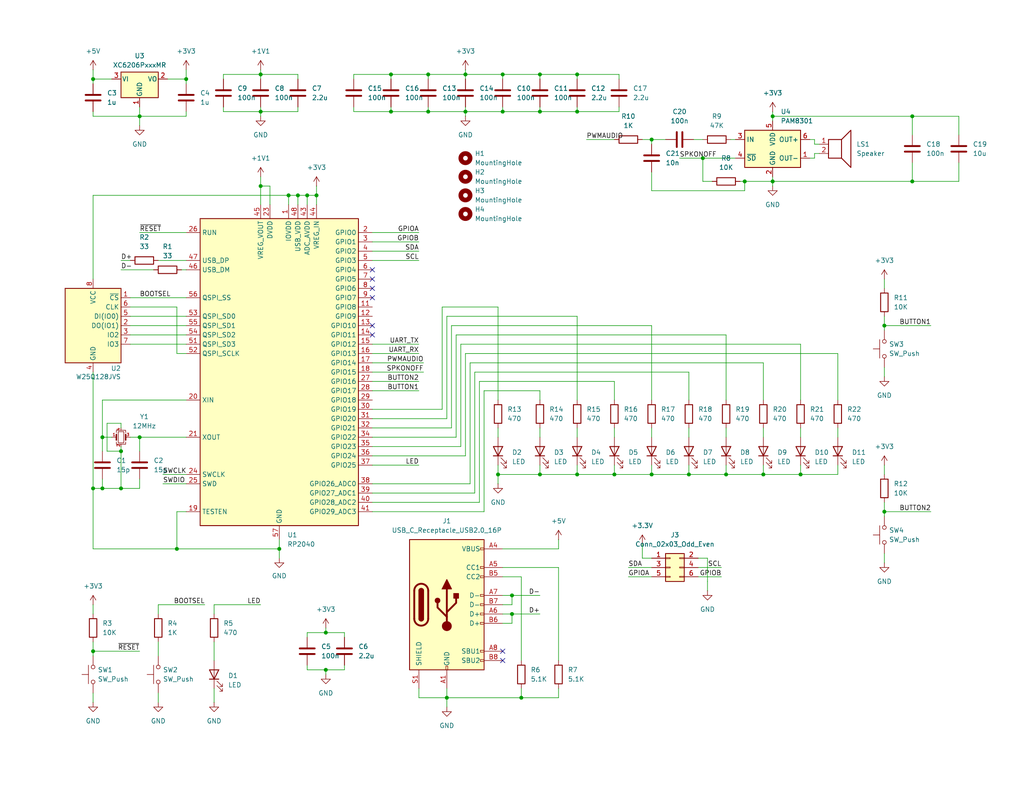
<source format=kicad_sch>
(kicad_sch (version 20231120) (generator "eeschema") (generator_version "8.0")
  (paper "USLetter")
  (title_block (title "Edge Lit Animation SAO") (date "2024-08-25") (rev "1") (company "Surreality Labs"))
  (junction (at 38.1 31.75))
  (junction (at 106.68 30.48))
  (junction (at 71.12 30.48))
  (junction (at 71.12 50.8))
  (junction (at 198.12 129.54))
  (junction (at 127 30.48))
  (junction (at 248.92 31.75))
  (junction (at 203.2 49.53))
  (junction (at 78.74 53.34))
  (junction (at 50.8 21.59))
  (junction (at 27.94 119.38))
  (junction (at 127 20.32))
  (junction (at 147.32 129.54))
  (junction (at 177.8 38.1))
  (junction (at 116.84 20.32))
  (junction (at 157.48 129.54))
  (junction (at 48.26 149.86))
  (junction (at 76.2 149.86))
  (junction (at 177.8 129.54))
  (junction (at 88.9 182.88))
  (junction (at 142.24 190.5))
  (junction (at 137.16 30.48))
  (junction (at 137.16 20.32))
  (junction (at 88.9 172.72))
  (junction (at 106.68 20.32))
  (junction (at 218.44 129.54))
  (junction (at 25.4 21.59))
  (junction (at 33.02 123.19))
  (junction (at 25.4 133.35))
  (junction (at 210.82 31.75))
  (junction (at 83.82 53.34))
  (junction (at 241.3 139.7))
  (junction (at 157.48 20.32))
  (junction (at 25.4 177.8))
  (junction (at 167.64 129.54))
  (junction (at 116.84 30.48))
  (junction (at 191.77 43.18))
  (junction (at 121.92 190.5))
  (junction (at 147.32 30.48))
  (junction (at 210.82 49.53))
  (junction (at 147.32 20.32))
  (junction (at 139.7 167.64))
  (junction (at 27.94 133.35))
  (junction (at 38.1 119.38))
  (junction (at 208.28 129.54))
  (junction (at 139.7 162.56))
  (junction (at 187.96 129.54))
  (junction (at 71.12 20.32))
  (junction (at 81.28 53.34))
  (junction (at 33.02 133.35))
  (junction (at 135.89 129.54))
  (junction (at 86.36 53.34))
  (junction (at 241.3 88.9))
  (junction (at 248.92 49.53))
  (junction (at 157.48 30.48))
  (no_connect (at 101.6 78.74))
  (no_connect (at 101.6 81.28))
  (no_connect (at 137.16 180.34))
  (no_connect (at 101.6 91.44))
  (no_connect (at 137.16 177.8))
  (no_connect (at 101.6 88.9))
  (no_connect (at 101.6 73.66))
  (no_connect (at 101.6 76.2))
  (wire (pts (xy 58.42 175.26) (xy 58.42 180.34)))
  (wire (pts (xy 147.32 30.48) (xy 137.16 30.48)))
  (wire (pts (xy 130.81 104.14) (xy 167.64 104.14)))
  (wire (pts (xy 88.9 172.72) (xy 88.9 171.45)))
  (wire (pts (xy 101.6 137.16) (xy 130.81 137.16)))
  (wire (pts (xy 218.44 127) (xy 218.44 129.54)))
  (wire (pts (xy 152.4 149.86) (xy 152.4 147.32)))
  (wire (pts (xy 210.82 30.48) (xy 210.82 31.75)))
  (wire (pts (xy 83.82 53.34) (xy 86.36 53.34)))
  (wire (pts (xy 199.39 38.1) (xy 200.66 38.1)))
  (wire (pts (xy 127 29.21) (xy 127 30.48)))
  (wire (pts (xy 177.8 116.84) (xy 177.8 119.38)))
  (wire (pts (xy 60.96 30.48) (xy 60.96 29.21)))
  (wire (pts (xy 25.4 189.23) (xy 25.4 191.77)))
  (wire (pts (xy 210.82 49.53) (xy 210.82 50.8)))
  (wire (pts (xy 101.6 127) (xy 114.3 127)))
  (wire (pts (xy 137.16 149.86) (xy 152.4 149.86)))
  (wire (pts (xy 25.4 21.59) (xy 25.4 22.86)))
  (wire (pts (xy 135.89 129.54) (xy 147.32 129.54)))
  (wire (pts (xy 81.28 53.34) (xy 83.82 53.34)))
  (wire (pts (xy 210.82 31.75) (xy 248.92 31.75)))
  (wire (pts (xy 35.56 93.98) (xy 50.8 93.98)))
  (wire (pts (xy 241.3 137.16) (xy 241.3 139.7)))
  (wire (pts (xy 48.26 83.82) (xy 48.26 96.52)))
  (wire (pts (xy 241.3 88.9) (xy 254 88.9)))
  (wire (pts (xy 142.24 187.96) (xy 142.24 190.5)))
  (wire (pts (xy 177.8 38.1) (xy 177.8 39.37)))
  (wire (pts (xy 147.32 116.84) (xy 147.32 119.38)))
  (wire (pts (xy 76.2 149.86) (xy 48.26 149.86)))
  (wire (pts (xy 175.26 148.59) (xy 175.26 152.4)) (stroke (width 0.1524)))
  (wire (pts (xy 241.3 86.36) (xy 241.3 88.9)))
  (wire (pts (xy 139.7 167.64) (xy 137.16 167.64)))
  (wire (pts (xy 25.4 165.1) (xy 25.4 167.64)))
  (wire (pts (xy 88.9 182.88) (xy 93.98 182.88)))
  (wire (pts (xy 139.7 170.18) (xy 139.7 167.64)))
  (wire (pts (xy 71.12 48.26) (xy 71.12 50.8)))
  (wire (pts (xy 120.65 83.82) (xy 135.89 83.82)))
  (wire (pts (xy 187.96 101.6) (xy 187.96 109.22)))
  (wire (pts (xy 210.82 49.53) (xy 248.92 49.53)))
  (wire (pts (xy 127 20.32) (xy 116.84 20.32)))
  (wire (pts (xy 157.48 127) (xy 157.48 129.54)))
  (wire (pts (xy 177.8 88.9) (xy 177.8 109.22)))
  (wire (pts (xy 147.32 20.32) (xy 157.48 20.32)))
  (wire (pts (xy 137.16 20.32) (xy 147.32 20.32)))
  (wire (pts (xy 191.77 43.18) (xy 200.66 43.18)))
  (wire (pts (xy 29.21 123.19) (xy 33.02 123.19)))
  (wire (pts (xy 60.96 20.32) (xy 60.96 21.59)))
  (wire (pts (xy 25.4 53.34) (xy 25.4 76.2)))
  (wire (pts (xy 177.8 127) (xy 177.8 129.54)))
  (wire (pts (xy 43.18 165.1) (xy 55.88 165.1)))
  (wire (pts (xy 116.84 30.48) (xy 106.68 30.48)))
  (wire (pts (xy 86.36 50.8) (xy 86.36 53.34)))
  (wire (pts (xy 25.4 177.8) (xy 25.4 179.07)))
  (wire (pts (xy 88.9 182.88) (xy 88.9 184.15)))
  (wire (pts (xy 48.26 96.52) (xy 50.8 96.52)))
  (wire (pts (xy 137.16 30.48) (xy 127 30.48)))
  (wire (pts (xy 83.82 181.61) (xy 83.82 182.88)))
  (wire (pts (xy 44.45 132.08) (xy 50.8 132.08)))
  (wire (pts (xy 106.68 30.48) (xy 96.52 30.48)))
  (wire (pts (xy 83.82 53.34) (xy 83.82 55.88)))
  (wire (pts (xy 33.02 71.12) (xy 35.56 71.12)))
  (wire (pts (xy 127 20.32) (xy 127 21.59)))
  (wire (pts (xy 101.6 66.04) (xy 114.3 66.04)))
  (wire (pts (xy 29.21 115.57) (xy 29.21 123.19)))
  (wire (pts (xy 157.48 21.59) (xy 157.48 20.32)))
  (wire (pts (xy 228.6 96.52) (xy 228.6 109.22)))
  (wire (pts (xy 27.94 133.35) (xy 33.02 133.35)))
  (wire (pts (xy 81.28 21.59) (xy 81.28 20.32)))
  (wire (pts (xy 132.08 139.7) (xy 132.08 106.68)))
  (wire (pts (xy 25.4 133.35) (xy 25.4 101.6)))
  (wire (pts (xy 101.6 124.46) (xy 127 124.46)))
  (wire (pts (xy 76.2 147.32) (xy 76.2 149.86)))
  (wire (pts (xy 101.6 132.08) (xy 128.27 132.08)))
  (wire (pts (xy 127 30.48) (xy 116.84 30.48)))
  (wire (pts (xy 27.94 109.22) (xy 27.94 119.38)))
  (wire (pts (xy 35.56 91.44) (xy 50.8 91.44)))
  (wire (pts (xy 35.56 119.38) (xy 38.1 119.38)))
  (wire (pts (xy 129.54 101.6) (xy 187.96 101.6)))
  (wire (pts (xy 193.04 158.75) (xy 193.04 161.29)) (stroke (width 0.1524)))
  (wire (pts (xy 132.08 106.68) (xy 147.32 106.68)))
  (wire (pts (xy 27.94 119.38) (xy 30.48 119.38)))
  (wire (pts (xy 121.92 187.96) (xy 121.92 190.5)))
  (wire (pts (xy 128.27 99.06) (xy 208.28 99.06)))
  (wire (pts (xy 101.6 71.12) (xy 114.3 71.12)))
  (wire (pts (xy 147.32 129.54) (xy 157.48 129.54)))
  (wire (pts (xy 157.48 20.32) (xy 168.91 20.32)))
  (wire (pts (xy 71.12 20.32) (xy 71.12 19.05)))
  (wire (pts (xy 203.2 49.53) (xy 203.2 52.07)))
  (wire (pts (xy 121.92 114.3) (xy 121.92 86.36)))
  (wire (pts (xy 187.96 116.84) (xy 187.96 119.38)))
  (wire (pts (xy 25.4 30.48) (xy 25.4 31.75)))
  (wire (pts (xy 50.8 31.75) (xy 38.1 31.75)))
  (wire (pts (xy 101.6 101.6) (xy 115.57 101.6)))
  (wire (pts (xy 139.7 167.64) (xy 147.32 167.64)))
  (wire (pts (xy 25.4 19.05) (xy 25.4 21.59)))
  (wire (pts (xy 187.96 127) (xy 187.96 129.54)))
  (wire (pts (xy 125.73 121.92) (xy 125.73 93.98)))
  (wire (pts (xy 167.64 104.14) (xy 167.64 109.22)))
  (wire (pts (xy 177.8 38.1) (xy 181.61 38.1)))
  (wire (pts (xy 130.81 137.16) (xy 130.81 104.14)))
  (wire (pts (xy 35.56 83.82) (xy 48.26 83.82)))
  (wire (pts (xy 152.4 154.94) (xy 152.4 180.34)))
  (wire (pts (xy 33.02 116.84) (xy 33.02 115.57)))
  (wire (pts (xy 167.64 116.84) (xy 167.64 119.38)))
  (wire (pts (xy 50.8 21.59) (xy 50.8 22.86)))
  (wire (pts (xy 127 96.52) (xy 228.6 96.52)))
  (wire (pts (xy 137.16 20.32) (xy 137.16 21.59)))
  (wire (pts (xy 157.48 116.84) (xy 157.48 119.38)))
  (wire (pts (xy 157.48 86.36) (xy 157.48 109.22)))
  (wire (pts (xy 96.52 20.32) (xy 96.52 21.59)))
  (wire (pts (xy 71.12 30.48) (xy 60.96 30.48)))
  (wire (pts (xy 248.92 44.45) (xy 248.92 49.53)))
  (wire (pts (xy 175.26 38.1) (xy 177.8 38.1)))
  (wire (pts (xy 157.48 30.48) (xy 168.91 30.48)))
  (wire (pts (xy 196.85 157.48) (xy 190.5 157.48)))
  (wire (pts (xy 101.6 63.5) (xy 114.3 63.5)))
  (wire (pts (xy 86.36 53.34) (xy 86.36 55.88)))
  (wire (pts (xy 83.82 182.88) (xy 88.9 182.88)))
  (wire (pts (xy 147.32 30.48) (xy 157.48 30.48)))
  (wire (pts (xy 218.44 116.84) (xy 218.44 119.38)))
  (wire (pts (xy 101.6 114.3) (xy 121.92 114.3)))
  (wire (pts (xy 189.23 38.1) (xy 191.77 38.1)))
  (wire (pts (xy 38.1 119.38) (xy 50.8 119.38)))
  (wire (pts (xy 120.65 111.76) (xy 120.65 83.82)))
  (wire (pts (xy 121.92 190.5) (xy 114.3 190.5)))
  (wire (pts (xy 76.2 149.86) (xy 76.2 152.4)))
  (wire (pts (xy 83.82 172.72) (xy 83.82 173.99)))
  (wire (pts (xy 50.8 109.22) (xy 27.94 109.22)))
  (wire (pts (xy 203.2 49.53) (xy 210.82 49.53)))
  (wire (pts (xy 135.89 116.84) (xy 135.89 119.38)))
  (wire (pts (xy 25.4 133.35) (xy 27.94 133.35)))
  (wire (pts (xy 38.1 31.75) (xy 38.1 34.29)))
  (wire (pts (xy 147.32 29.21) (xy 147.32 30.48)))
  (wire (pts (xy 116.84 20.32) (xy 116.84 21.59)))
  (wire (pts (xy 45.72 21.59) (xy 50.8 21.59)))
  (wire (pts (xy 35.56 81.28) (xy 50.8 81.28)))
  (wire (pts (xy 241.3 100.33) (xy 241.3 102.87)))
  (wire (pts (xy 139.7 165.1) (xy 137.16 165.1)))
  (wire (pts (xy 222.25 43.18) (xy 220.98 43.18)))
  (wire (pts (xy 190.5 154.94) (xy 196.85 154.94)))
  (wire (pts (xy 114.3 190.5) (xy 114.3 187.96)))
  (wire (pts (xy 220.98 38.1) (xy 222.25 38.1)))
  (wire (pts (xy 101.6 68.58) (xy 114.3 68.58)))
  (wire (pts (xy 167.64 129.54) (xy 177.8 129.54)))
  (wire (pts (xy 50.8 30.48) (xy 50.8 31.75)))
  (wire (pts (xy 71.12 30.48) (xy 71.12 31.75)))
  (wire (pts (xy 137.16 170.18) (xy 139.7 170.18)))
  (wire (pts (xy 35.56 88.9) (xy 50.8 88.9)))
  (wire (pts (xy 93.98 182.88) (xy 93.98 181.61)))
  (wire (pts (xy 261.62 49.53) (xy 261.62 44.45)))
  (wire (pts (xy 223.52 41.91) (xy 222.25 41.91)))
  (wire (pts (xy 101.6 111.76) (xy 120.65 111.76)))
  (wire (pts (xy 35.56 86.36) (xy 50.8 86.36)))
  (wire (pts (xy 168.91 20.32) (xy 168.91 21.59)))
  (wire (pts (xy 198.12 129.54) (xy 208.28 129.54)))
  (wire (pts (xy 167.64 127) (xy 167.64 129.54)))
  (wire (pts (xy 142.24 157.48) (xy 142.24 180.34)))
  (wire (pts (xy 123.19 88.9) (xy 177.8 88.9)))
  (wire (pts (xy 190.5 152.4) (xy 193.04 152.4)))
  (wire (pts (xy 101.6 93.98) (xy 114.3 93.98)))
  (wire (pts (xy 147.32 127) (xy 147.32 129.54)))
  (wire (pts (xy 241.3 88.9) (xy 241.3 90.17)))
  (wire (pts (xy 58.42 167.64) (xy 58.42 165.1)))
  (wire (pts (xy 43.18 175.26) (xy 43.18 179.07)))
  (wire (pts (xy 210.82 48.26) (xy 210.82 49.53)))
  (wire (pts (xy 25.4 21.59) (xy 30.48 21.59)))
  (wire (pts (xy 71.12 29.21) (xy 71.12 30.48)))
  (wire (pts (xy 228.6 116.84) (xy 228.6 119.38)))
  (wire (pts (xy 203.2 52.07) (xy 177.8 52.07)))
  (wire (pts (xy 106.68 20.32) (xy 106.68 21.59)))
  (wire (pts (xy 139.7 162.56) (xy 147.32 162.56)))
  (wire (pts (xy 33.02 115.57) (xy 29.21 115.57)))
  (wire (pts (xy 194.31 49.53) (xy 191.77 49.53)))
  (wire (pts (xy 101.6 116.84) (xy 123.19 116.84)))
  (wire (pts (xy 198.12 91.44) (xy 198.12 109.22)))
  (wire (pts (xy 222.25 39.37) (xy 223.52 39.37)))
  (wire (pts (xy 33.02 133.35) (xy 38.1 133.35)))
  (wire (pts (xy 25.4 175.26) (xy 25.4 177.8)))
  (wire (pts (xy 81.28 53.34) (xy 81.28 55.88)))
  (wire (pts (xy 101.6 96.52) (xy 114.3 96.52)))
  (wire (pts (xy 71.12 20.32) (xy 81.28 20.32)))
  (wire (pts (xy 71.12 30.48) (xy 81.28 30.48)))
  (wire (pts (xy 218.44 93.98) (xy 218.44 109.22)))
  (wire (pts (xy 157.48 129.54) (xy 167.64 129.54)))
  (wire (pts (xy 208.28 99.06) (xy 208.28 109.22)))
  (wire (pts (xy 49.53 73.66) (xy 50.8 73.66)))
  (wire (pts (xy 121.92 190.5) (xy 121.92 193.04)))
  (wire (pts (xy 222.25 38.1) (xy 222.25 39.37)))
  (wire (pts (xy 71.12 20.32) (xy 60.96 20.32)))
  (wire (pts (xy 160.02 38.1) (xy 167.64 38.1)))
  (wire (pts (xy 157.48 30.48) (xy 157.48 29.21)))
  (wire (pts (xy 208.28 129.54) (xy 218.44 129.54)))
  (wire (pts (xy 222.25 41.91) (xy 222.25 43.18)))
  (wire (pts (xy 116.84 20.32) (xy 106.68 20.32)))
  (wire (pts (xy 27.94 119.38) (xy 27.94 123.19)))
  (wire (pts (xy 96.52 30.48) (xy 96.52 29.21)))
  (wire (pts (xy 241.3 139.7) (xy 241.3 140.97)))
  (wire (pts (xy 137.16 20.32) (xy 127 20.32)))
  (wire (pts (xy 248.92 49.53) (xy 261.62 49.53)))
  (wire (pts (xy 124.46 91.44) (xy 198.12 91.44)))
  (wire (pts (xy 127 30.48) (xy 127 31.75)))
  (wire (pts (xy 241.3 76.2) (xy 241.3 78.74)))
  (wire (pts (xy 125.73 93.98) (xy 218.44 93.98)))
  (wire (pts (xy 81.28 30.48) (xy 81.28 29.21)))
  (wire (pts (xy 101.6 119.38) (xy 124.46 119.38)))
  (wire (pts (xy 208.28 116.84) (xy 208.28 119.38)))
  (wire (pts (xy 147.32 106.68) (xy 147.32 109.22)))
  (wire (pts (xy 38.1 133.35) (xy 38.1 130.81)))
  (wire (pts (xy 201.93 49.53) (xy 203.2 49.53)))
  (wire (pts (xy 228.6 129.54) (xy 228.6 127)))
  (wire (pts (xy 139.7 162.56) (xy 139.7 165.1)))
  (wire (pts (xy 71.12 50.8) (xy 71.12 55.88)))
  (wire (pts (xy 123.19 116.84) (xy 123.19 88.9)))
  (wire (pts (xy 44.45 129.54) (xy 50.8 129.54)))
  (wire (pts (xy 25.4 149.86) (xy 25.4 133.35)))
  (wire (pts (xy 101.6 139.7) (xy 132.08 139.7)))
  (wire (pts (xy 101.6 104.14) (xy 114.3 104.14)))
  (wire (pts (xy 50.8 139.7) (xy 48.26 139.7)))
  (wire (pts (xy 210.82 31.75) (xy 210.82 33.02)))
  (wire (pts (xy 106.68 20.32) (xy 96.52 20.32)))
  (wire (pts (xy 241.3 139.7) (xy 254 139.7)))
  (wire (pts (xy 38.1 29.21) (xy 38.1 31.75)))
  (wire (pts (xy 71.12 20.32) (xy 71.12 21.59)))
  (wire (pts (xy 198.12 116.84) (xy 198.12 119.38)))
  (wire (pts (xy 135.89 127) (xy 135.89 129.54)))
  (wire (pts (xy 129.54 134.62) (xy 129.54 101.6)))
  (wire (pts (xy 177.8 129.54) (xy 187.96 129.54)))
  (wire (pts (xy 135.89 129.54) (xy 135.89 132.08)))
  (wire (pts (xy 121.92 190.5) (xy 142.24 190.5)))
  (wire (pts (xy 50.8 21.59) (xy 50.8 19.05)))
  (wire (pts (xy 93.98 172.72) (xy 88.9 172.72)))
  (wire (pts (xy 208.28 127) (xy 208.28 129.54)))
  (wire (pts (xy 43.18 167.64) (xy 43.18 165.1)))
  (wire (pts (xy 241.3 151.13) (xy 241.3 153.67)))
  (wire (pts (xy 27.94 130.81) (xy 27.94 133.35)))
  (wire (pts (xy 248.92 31.75) (xy 261.62 31.75)))
  (wire (pts (xy 124.46 119.38) (xy 124.46 91.44)))
  (wire (pts (xy 135.89 83.82) (xy 135.89 109.22)))
  (wire (pts (xy 241.3 127) (xy 241.3 129.54)))
  (wire (pts (xy 43.18 71.12) (xy 50.8 71.12)))
  (wire (pts (xy 171.45 154.94) (xy 177.8 154.94)))
  (wire (pts (xy 175.26 152.4) (xy 177.8 152.4)) (stroke (width 0.1524)))
  (wire (pts (xy 25.4 177.8) (xy 38.1 177.8)))
  (wire (pts (xy 171.45 157.48) (xy 177.8 157.48)))
  (wire (pts (xy 261.62 31.75) (xy 261.62 36.83)))
  (wire (pts (xy 187.96 129.54) (xy 198.12 129.54)))
  (wire (pts (xy 137.16 154.94) (xy 152.4 154.94)))
  (wire (pts (xy 58.42 187.96) (xy 58.42 191.77)))
  (wire (pts (xy 48.26 149.86) (xy 25.4 149.86)))
  (wire (pts (xy 248.92 31.75) (xy 248.92 36.83)))
  (wire (pts (xy 198.12 127) (xy 198.12 129.54)))
  (wire (pts (xy 137.16 157.48) (xy 142.24 157.48)))
  (wire (pts (xy 101.6 134.62) (xy 129.54 134.62)))
  (wire (pts (xy 128.27 132.08) (xy 128.27 99.06)))
  (wire (pts (xy 25.4 31.75) (xy 38.1 31.75)))
  (wire (pts (xy 101.6 121.92) (xy 125.73 121.92)))
  (wire (pts (xy 152.4 190.5) (xy 152.4 187.96)))
  (wire (pts (xy 25.4 53.34) (xy 78.74 53.34)))
  (wire (pts (xy 38.1 63.5) (xy 50.8 63.5)))
  (wire (pts (xy 88.9 172.72) (xy 83.82 172.72)))
  (wire (pts (xy 101.6 106.68) (xy 114.3 106.68)))
  (wire (pts (xy 127 20.32) (xy 127 19.05)))
  (wire (pts (xy 191.77 49.53) (xy 191.77 43.18)))
  (wire (pts (xy 218.44 129.54) (xy 228.6 129.54)))
  (wire (pts (xy 137.16 162.56) (xy 139.7 162.56)))
  (wire (pts (xy 116.84 29.21) (xy 116.84 30.48)))
  (wire (pts (xy 101.6 99.06) (xy 115.57 99.06)))
  (wire (pts (xy 33.02 73.66) (xy 41.91 73.66)))
  (wire (pts (xy 137.16 30.48) (xy 137.16 29.21)))
  (wire (pts (xy 93.98 173.99) (xy 93.98 172.72)))
  (wire (pts (xy 73.66 50.8) (xy 73.66 55.88)))
  (wire (pts (xy 106.68 29.21) (xy 106.68 30.48)))
  (wire (pts (xy 78.74 53.34) (xy 81.28 53.34)))
  (wire (pts (xy 38.1 119.38) (xy 38.1 123.19)))
  (wire (pts (xy 71.12 50.8) (xy 73.66 50.8)))
  (wire (pts (xy 127 124.46) (xy 127 96.52)))
  (wire (pts (xy 48.26 139.7) (xy 48.26 149.86)))
  (wire (pts (xy 193.04 152.4) (xy 193.04 158.75)))
  (wire (pts (xy 147.32 20.32) (xy 147.32 21.59)))
  (wire (pts (xy 43.18 189.23) (xy 43.18 191.77)))
  (wire (pts (xy 121.92 86.36) (xy 157.48 86.36)))
  (wire (pts (xy 78.74 53.34) (xy 78.74 55.88)))
  (wire (pts (xy 177.8 52.07) (xy 177.8 46.99)))
  (wire (pts (xy 58.42 165.1) (xy 71.12 165.1)))
  (wire (pts (xy 33.02 123.19) (xy 33.02 121.92)))
  (wire (pts (xy 142.24 190.5) (xy 152.4 190.5)))
  (wire (pts (xy 168.91 30.48) (xy 168.91 29.21)))
  (wire (pts (xy 33.02 133.35) (xy 33.02 123.19)))
  (wire (pts (xy 185.42 43.18) (xy 191.77 43.18)))
  (label "~{RESET}" (at 38.1 177.8 180))
  (label "BUTTON1" (at 254 88.9 180))
  (label "SWDIO" (at 44.45 132.08 0))
  (label "BOOTSEL" (at 55.88 165.1 180))
  (label "D-" (at 33.02 73.66 0))
  (label "SPKONOFF" (at 185.42 43.18 0))
  (label "GPIOA" (at 114.3 63.5 180))
  (label "D+" (at 33.02 71.12 0))
  (label "SCL" (at 114.3 71.12 180))
  (label "GPIOA" (at 171.45 157.48 0))
  (label "PWMAUDIO" (at 115.57 99.06 180))
  (label "BUTTON2" (at 254 139.7 180))
  (label "LED" (at 114.3 127 180))
  (label "D+" (at 147.32 167.64 180))
  (label "SCL" (at 196.85 154.94 180))
  (label "LED" (at 71.12 165.1 180))
  (label "UART_RX" (at 114.3 96.52 180))
  (label "BOOTSEL" (at 38.1 81.28 0))
  (label "~{RESET}" (at 38.1 63.5 0))
  (label "SPKONOFF" (at 115.57 101.6 180))
  (label "GPIOB" (at 196.85 157.48 180))
  (label "UART_TX" (at 114.3 93.98 180))
  (label "SDA" (at 171.45 154.94 0))
  (label "SWCLK" (at 44.45 129.54 0))
  (label "GPIOB" (at 114.3 66.04 180))
  (label "PWMAUDIO" (at 160.02 38.1 0))
  (label "SDA" (at 114.3 68.58 180))
  (label "D-" (at 147.32 162.56 180))
  (label "BUTTON2" (at 114.3 104.14 180))
  (label "BUTTON1" (at 114.3 106.68 180))
  (symbol (lib_id "Device:R") (at 157.48 113.03 180) (unit 1)
    (property "Reference" "R15" (at 160.02 111.7599 0) (effects (justify right)))
    (property "Value" "470" (at 160.02 114.2999 0) (effects (justify right)))
    (property "Footprint" "Resistor_SMD:R_0402_1005Metric" (effects (hide yes)))
    (property "Description" "Resistor" (effects (hide yes)))
    (property "LCSC" "C25517" (effects (hide yes)))
  )
  (symbol (lib_id "Switch:SW_Push") (at 25.4 184.15 90) (unit 1)
    (property "Reference" "SW1" (at 26.67 182.8799 90) (effects (justify right)))
    (property "Value" "SW_Push" (at 26.67 185.4199 90) (effects (justify right)))
    (property "Footprint" "Button_Switch_SMD:SW_Push_1P1T_XKB_TS-1187A" (effects (hide yes)))
    (property "Description" "Push button switch, generic, two pins" (effects (hide yes)))
    (property "LCSC" "C318884" (effects (hide yes)))
  )
  (symbol (lib_id "Device:Speaker") (at 228.6 39.37 0) (unit 1)
    (property "Reference" "LS1" (at 233.68 39.3699 0) (effects (justify left)))
    (property "Value" "Speaker" (at 233.68 41.9099 0) (effects (justify left)))
    (property "Footprint" "edge-lit-parts:CUI_CMT-8530S-SMT" (effects (hide yes)))
    (property "Description" "Speaker" (effects (hide yes)))
    (property "LCSC" "C94599" (effects (hide yes)))
  )
  (symbol (lib_id "power:GND") (at 135.89 132.08 0) (unit 1)
    (property "Reference" "#PWR018" (effects (hide yes)))
    (property "Value" "GND" (at 135.89 137.16 0))
    (property "Description" "Power symbol creates a global label with name \"GND\" , ground" (effects (hide yes)))
  )
  (symbol (lib_id "power:GND") (at 38.1 34.29 0) (unit 1)
    (property "Reference" "#PWR012" (effects (hide yes)))
    (property "Value" "GND" (at 38.1 39.37 0))
    (property "Description" "Power symbol creates a global label with name \"GND\" , ground" (effects (hide yes)))
  )
  (symbol (lib_id "Device:R") (at 39.37 71.12 90) (unit 1)
    (property "Reference" "R2" (at 39.37 64.77 90))
    (property "Value" "33" (at 39.37 67.31 90))
    (property "Footprint" "Resistor_SMD:R_0402_1005Metric" (effects (hide yes)))
    (property "Description" "Resistor" (effects (hide yes)))
    (property "LCSC" "C97521" (effects (hide yes)))
  )
  (symbol (lib_id "Amplifier_Audio:PAM8301") (at 210.82 40.64 0) (unit 1)
    (property "Reference" "U4" (at 213.0141 30.48 0) (effects (justify left)))
    (property "Value" "PAM8301" (at 213.0141 33.02 0) (effects (justify left)))
    (property "Footprint" "Package_TO_SOT_SMD:SOT-23-6" (effects (hide yes)))
    (property "Datasheet" "https://www.diodes.com/assets/Datasheets/products_inactive_data/PAM8301.pdf" (effects (hide yes)))
    (property "Description" "Filterless Class-D Mono Audio Amplifier, 1.5W, TSOT-26" (effects (hide yes)))
    (property "LCSC" "C3001605" (effects (hide yes)))
  )
  (symbol (lib_id "Device:R") (at 241.3 82.55 180) (unit 1)
    (property "Reference" "R11" (at 243.84 81.2799 0) (effects (justify right)))
    (property "Value" "10K" (at 243.84 83.8199 0) (effects (justify right)))
    (property "Footprint" "Resistor_SMD:R_0402_1005Metric" (effects (hide yes)))
    (property "Description" "Resistor" (effects (hide yes)))
    (property "LCSC" "C25744" (effects (hide yes)))
  )
  (symbol (lib_id "Device:R") (at 25.4 171.45 180) (unit 1)
    (property "Reference" "R3" (at 27.94 170.1799 0) (effects (justify right)))
    (property "Value" "10K" (at 27.94 172.7199 0) (effects (justify right)))
    (property "Footprint" "Resistor_SMD:R_0402_1005Metric" (effects (hide yes)))
    (property "Description" "Resistor" (effects (hide yes)))
    (property "LCSC" "C25744" (effects (hide yes)))
  )
  (symbol (lib_id "Device:R") (at 152.4 184.15 180) (unit 1)
    (property "Reference" "R7" (at 154.94 182.8799 0) (effects (justify right)))
    (property "Value" "5.1K" (at 154.94 185.4199 0) (effects (justify right)))
    (property "Footprint" "Resistor_SMD:R_0402_1005Metric" (effects (hide yes)))
    (property "Description" "Resistor" (effects (hide yes)))
    (property "LCSC" "C25905" (effects (hide yes)))
  )
  (symbol (lib_id "Device:R") (at 241.3 133.35 180) (unit 1)
    (property "Reference" "R12" (at 243.84 132.0799 0) (effects (justify right)))
    (property "Value" "10K" (at 243.84 134.6199 0) (effects (justify right)))
    (property "Footprint" "Resistor_SMD:R_0402_1005Metric" (effects (hide yes)))
    (property "Description" "Resistor" (effects (hide yes)))
    (property "LCSC" "C25744" (effects (hide yes)))
  )
  (symbol (lib_id "Device:C") (at 71.12 25.4 0) (unit 1)
    (property "Reference" "C8" (at 74.93 24.1299 0) (effects (justify left)))
    (property "Value" "100n" (at 74.93 26.6699 0) (effects (justify left)))
    (property "Footprint" "Capacitor_SMD:C_0402_1005Metric" (effects (hide yes)))
    (property "Description" "Unpolarized capacitor" (effects (hide yes)))
    (property "LCSC" "C307331" (effects (hide yes)))
  )
  (symbol (lib_id "Device:C") (at 168.91 25.4 0) (unit 1)
    (property "Reference" "C17" (at 172.72 24.1299 0) (effects (justify left)))
    (property "Value" "2.2u" (at 172.72 26.6699 0) (effects (justify left)))
    (property "Footprint" "Capacitor_SMD:C_0603_1608Metric" (effects (hide yes)))
    (property "Description" "Unpolarized capacitor" (effects (hide yes)))
    (property "LCSC" "C23630" (effects (hide yes)))
  )
  (symbol (lib_id "Device:C") (at 116.84 25.4 0) (unit 1)
    (property "Reference" "C13" (at 120.65 24.1299 0) (effects (justify left)))
    (property "Value" "100n" (at 120.65 26.6699 0) (effects (justify left)))
    (property "Footprint" "Capacitor_SMD:C_0402_1005Metric" (effects (hide yes)))
    (property "Description" "Unpolarized capacitor" (effects (hide yes)))
    (property "LCSC" "C307331" (effects (hide yes)))
  )
  (symbol (lib_id "Device:C") (at 60.96 25.4 0) (unit 1)
    (property "Reference" "C9" (at 64.77 24.1299 0) (effects (justify left)))
    (property "Value" "100n" (at 64.77 26.6699 0) (effects (justify left)))
    (property "Footprint" "Capacitor_SMD:C_0402_1005Metric" (effects (hide yes)))
    (property "Description" "Unpolarized capacitor" (effects (hide yes)))
    (property "LCSC" "C307331" (effects (hide yes)))
  )
  (symbol (lib_id "Device:LED") (at 228.6 123.19 90) (unit 1)
    (property "Reference" "D11" (at 232.41 123.5074 90) (effects (justify right)))
    (property "Value" "LED" (at 232.41 126.0474 90) (effects (justify right)))
    (property "Footprint" "LED_SMD:LED_0805_2012Metric_Pad1.15x1.40mm_HandSolder" (effects (hide yes)))
    (property "Description" "Light emitting diode" (effects (hide yes)))
    (property "LCSC" "C34499" (effects (hide yes)))
  )
  (symbol (lib_id "Device:C") (at 157.48 25.4 0) (unit 1)
    (property "Reference" "C12" (at 161.29 24.1299 0) (effects (justify left)))
    (property "Value" "2.2u" (at 161.29 26.6699 0) (effects (justify left)))
    (property "Footprint" "Capacitor_SMD:C_0603_1608Metric" (effects (hide yes)))
    (property "Description" "Unpolarized capacitor" (effects (hide yes)))
    (property "LCSC" "C23630" (effects (hide yes)))
  )
  (symbol (lib_id "power:+3V3") (at 25.4 165.1 0) (unit 1)
    (property "Reference" "#PWR07" (effects (hide yes)))
    (property "Value" "+3V3" (at 25.4 160.02 0))
    (property "Description" "Power symbol creates a global label with name \"+3V3\"" (effects (hide yes)))
  )
  (symbol (lib_id "Mechanical:MountingHole") (at 127 48.26 0) (unit 1) (exclude_from_sim yes) (in_bom no)
    (property "Reference" "H2" (at 129.54 46.9899 0) (effects (justify left)))
    (property "Value" "MountingHole" (at 129.54 49.5299 0) (effects (justify left)))
    (property "Footprint" "MountingHole:MountingHole_3.2mm_M3_DIN965" (effects (hide yes)))
    (property "Description" "Mounting Hole without connection" (effects (hide yes)))
  )
  (symbol (lib_id "Device:R") (at 135.89 113.03 180) (unit 1)
    (property "Reference" "R13" (at 138.43 111.7599 0) (effects (justify right)))
    (property "Value" "470" (at 138.43 114.2999 0) (effects (justify right)))
    (property "Footprint" "Resistor_SMD:R_0402_1005Metric" (effects (hide yes)))
    (property "Description" "Resistor" (effects (hide yes)))
    (property "LCSC" "C25517" (effects (hide yes)))
  )
  (symbol (lib_id "Device:R") (at 228.6 113.03 180) (unit 1)
    (property "Reference" "R22" (at 231.14 111.7599 0) (effects (justify right)))
    (property "Value" "470" (at 231.14 114.2999 0) (effects (justify right)))
    (property "Footprint" "Resistor_SMD:R_0402_1005Metric" (effects (hide yes)))
    (property "Description" "Resistor" (effects (hide yes)))
    (property "LCSC" "C25517" (effects (hide yes)))
  )
  (symbol (lib_id "power:GND") (at 76.2 152.4 0) (unit 1)
    (property "Reference" "#PWR03" (effects (hide yes)))
    (property "Value" "GND" (at 76.2 157.226 0))
    (property "Description" "Power symbol creates a global label with name \"GND\" , ground" (effects (hide yes)))
  )
  (symbol (lib_id "Device:R") (at 142.24 184.15 180) (unit 1)
    (property "Reference" "R6" (at 144.78 182.8799 0) (effects (justify right)))
    (property "Value" "5.1K" (at 144.78 185.4199 0) (effects (justify right)))
    (property "Footprint" "Resistor_SMD:R_0402_1005Metric" (effects (hide yes)))
    (property "Description" "Resistor" (effects (hide yes)))
    (property "LCSC" "C25905" (effects (hide yes)))
  )
  (symbol (lib_id "Device:C") (at 96.52 25.4 0) (unit 1)
    (property "Reference" "C15" (at 100.33 24.1299 0) (effects (justify left)))
    (property "Value" "100n" (at 100.33 26.6699 0) (effects (justify left)))
    (property "Footprint" "Capacitor_SMD:C_0402_1005Metric" (effects (hide yes)))
    (property "Description" "Unpolarized capacitor" (effects (hide yes)))
    (property "LCSC" "C307331" (effects (hide yes)))
  )
  (symbol (lib_id "Device:R") (at 45.72 73.66 90) (unit 1)
    (property "Reference" "R1" (at 45.72 67.31 90))
    (property "Value" "33" (at 45.72 69.85 90))
    (property "Footprint" "Resistor_SMD:R_0402_1005Metric" (effects (hide yes)))
    (property "Description" "Resistor" (effects (hide yes)))
    (property "LCSC" "C97521" (effects (hide yes)))
  )
  (symbol (lib_id "Device:LED") (at 177.8 123.19 90) (unit 1)
    (property "Reference" "D6" (at 181.61 123.5074 90) (effects (justify right)))
    (property "Value" "LED" (at 181.61 126.0474 90) (effects (justify right)))
    (property "Footprint" "LED_SMD:LED_0805_2012Metric_Pad1.15x1.40mm_HandSolder" (effects (hide yes)))
    (property "Description" "Light emitting diode" (effects (hide yes)))
    (property "LCSC" "C34499" (effects (hide yes)))
  )
  (symbol (lib_id "power:+3.3V") (at 175.26 148.59 0) (unit 1)
    (property "Reference" "#PWR029" (effects (hide yes)))
    (property "Value" "+3.3V" (at 175.26 143.51 0))
  )
  (symbol (lib_id "power:GND") (at 241.3 153.67 0) (unit 1)
    (property "Reference" "#PWR026" (effects (hide yes)))
    (property "Value" "GND" (at 241.3 158.75 0))
    (property "Description" "Power symbol creates a global label with name \"GND\" , ground" (effects (hide yes)))
  )
  (symbol (lib_id "Device:C") (at 137.16 25.4 0) (unit 1)
    (property "Reference" "C10" (at 140.97 24.1299 0) (effects (justify left)))
    (property "Value" "100n" (at 140.97 26.6699 0) (effects (justify left)))
    (property "Footprint" "Capacitor_SMD:C_0402_1005Metric" (effects (hide yes)))
    (property "Description" "Unpolarized capacitor" (effects (hide yes)))
    (property "LCSC" "C307331" (effects (hide yes)))
  )
  (symbol (lib_id "power:+5V") (at 25.4 19.05 0) (unit 1)
    (property "Reference" "#PWR011" (effects (hide yes)))
    (property "Value" "+5V" (at 25.4 13.97 0))
    (property "Description" "Power symbol creates a global label with name \"+5V\"" (effects (hide yes)))
  )
  (symbol (lib_id "power:GND") (at 25.4 191.77 0) (unit 1)
    (property "Reference" "#PWR06" (effects (hide yes)))
    (property "Value" "GND" (at 25.4 196.85 0))
    (property "Description" "Power symbol creates a global label with name \"GND\" , ground" (effects (hide yes)))
  )
  (symbol (lib_id "Device:LED") (at 187.96 123.19 90) (unit 1)
    (property "Reference" "D7" (at 191.77 123.5074 90) (effects (justify right)))
    (property "Value" "LED" (at 191.77 126.0474 90) (effects (justify right)))
    (property "Footprint" "LED_SMD:LED_0805_2012Metric_Pad1.15x1.40mm_HandSolder" (effects (hide yes)))
    (property "Description" "Light emitting diode" (effects (hide yes)))
    (property "LCSC" "C34499" (effects (hide yes)))
  )
  (symbol (lib_id "Device:C") (at 177.8 43.18 0) (unit 1)
    (property "Reference" "C21" (at 181.61 41.9099 0) (effects (justify left)))
    (property "Value" "10n" (at 181.61 44.4499 0) (effects (justify left)))
    (property "Footprint" "Capacitor_SMD:C_0402_1005Metric" (effects (hide yes)))
    (property "Description" "Unpolarized capacitor" (effects (hide yes)))
    (property "LCSC" "C15195" (effects (hide yes)))
  )
  (symbol (lib_id "MCU_RaspberryPi:RP2040") (at 76.2 101.6 0) (unit 1)
    (property "Reference" "U1" (at 78.3941 146.05 0) (effects (justify left)))
    (property "Value" "RP2040" (at 78.3941 148.59 0) (effects (justify left)))
    (property "Footprint" "Package_DFN_QFN:QFN-56-1EP_7x7mm_P0.4mm_EP3.2x3.2mm" (effects (hide yes)))
    (property "Datasheet" "https://datasheets.raspberrypi.com/rp2040/rp2040-datasheet.pdf" (effects (hide yes)))
    (property "Description" "A microcontroller by Raspberry Pi" (effects (hide yes)))
    (property "LCSC" "C2040" (effects (hide yes)))
  )
  (symbol (lib_id "Device:R") (at 177.8 113.03 180) (unit 1)
    (property "Reference" "R17" (at 180.34 111.7599 0) (effects (justify right)))
    (property "Value" "470" (at 180.34 114.2999 0) (effects (justify right)))
    (property "Footprint" "Resistor_SMD:R_0402_1005Metric" (effects (hide yes)))
    (property "Description" "Resistor" (effects (hide yes)))
    (property "LCSC" "C25517" (effects (hide yes)))
  )
  (symbol (lib_id "power:GND") (at 193.04 161.29 0) (unit 1)
    (property "Reference" "#PWR030" (effects (hide yes)))
    (property "Value" "GND" (at 193.04 166.37 0))
  )
  (symbol (lib_id "power:+3V3") (at 50.8 19.05 0) (unit 1)
    (property "Reference" "#PWR010" (effects (hide yes)))
    (property "Value" "+3V3" (at 50.8 13.97 0))
    (property "Description" "Power symbol creates a global label with name \"+3V3\"" (effects (hide yes)))
  )
  (symbol (lib_id "Device:R") (at 187.96 113.03 180) (unit 1)
    (property "Reference" "R18" (at 190.5 111.7599 0) (effects (justify right)))
    (property "Value" "470" (at 190.5 114.2999 0) (effects (justify right)))
    (property "Footprint" "Resistor_SMD:R_0402_1005Metric" (effects (hide yes)))
    (property "Description" "Resistor" (effects (hide yes)))
    (property "LCSC" "C25517" (effects (hide yes)))
  )
  (symbol (lib_id "Device:R") (at 195.58 38.1 270) (unit 1)
    (property "Reference" "R9" (at 195.58 31.75 90))
    (property "Value" "47K" (at 195.58 34.29 90))
    (property "Footprint" "Resistor_SMD:R_0402_1005Metric" (effects (hide yes)))
    (property "Description" "Resistor" (effects (hide yes)))
    (property "LCSC" "C25792" (effects (hide yes)))
  )
  (symbol (lib_id "power:+3V3") (at 210.82 30.48 0) (unit 1)
    (property "Reference" "#PWR022" (effects (hide yes)))
    (property "Value" "+3V3" (at 210.82 25.4 0))
    (property "Description" "Power symbol creates a global label with name \"+3V3\"" (effects (hide yes)))
  )
  (symbol (lib_id "Switch:SW_Push") (at 241.3 95.25 90) (unit 1)
    (property "Reference" "SW3" (at 242.57 93.9799 90) (effects (justify right)))
    (property "Value" "SW_Push" (at 242.57 96.5199 90) (effects (justify right)))
    (property "Footprint" "Button_Switch_SMD:SW_Push_1P1T_XKB_TS-1187A" (effects (hide yes)))
    (property "Description" "Push button switch, generic, two pins" (effects (hide yes)))
    (property "LCSC" "C318884" (effects (hide yes)))
  )
  (symbol (lib_id "Device:C") (at 25.4 26.67 0) (unit 1)
    (property "Reference" "C3" (at 29.21 25.3999 0) (effects (justify left)))
    (property "Value" "1u" (at 29.21 27.9399 0) (effects (justify left)))
    (property "Footprint" "Capacitor_SMD:C_0402_1005Metric" (effects (hide yes)))
    (property "Description" "Unpolarized capacitor" (effects (hide yes)))
    (property "LCSC" "C52923" (effects (hide yes)))
  )
  (symbol (lib_id "Device:C") (at 81.28 25.4 0) (unit 1)
    (property "Reference" "C7" (at 85.09 24.1299 0) (effects (justify left)))
    (property "Value" "2.2u" (at 85.09 26.6699 0) (effects (justify left)))
    (property "Footprint" "Capacitor_SMD:C_0603_1608Metric" (effects (hide yes)))
    (property "Description" "Unpolarized capacitor" (effects (hide yes)))
    (property "LCSC" "C23630" (effects (hide yes)))
  )
  (symbol (lib_id "power:GND") (at 43.18 191.77 0) (unit 1)
    (property "Reference" "#PWR08" (effects (hide yes)))
    (property "Value" "GND" (at 43.18 196.85 0))
    (property "Description" "Power symbol creates a global label with name \"GND\" , ground" (effects (hide yes)))
  )
  (symbol (lib_id "Device:LED") (at 58.42 184.15 90) (unit 1)
    (property "Reference" "D1" (at 62.23 184.4674 90) (effects (justify right)))
    (property "Value" "LED" (at 62.23 187.0074 90) (effects (justify right)))
    (property "Footprint" "LED_SMD:LED_0603_1608Metric" (effects (hide yes)))
    (property "Description" "Light emitting diode" (effects (hide yes)))
    (property "LCSC" "C2286" (effects (hide yes)))
  )
  (symbol (lib_id "power:GND") (at 127 31.75 0) (unit 1)
    (property "Reference" "#PWR019" (effects (hide yes)))
    (property "Value" "GND" (at 127 36.83 0))
    (property "Description" "Power symbol creates a global label with name \"GND\" , ground" (effects (hide yes)))
  )
  (symbol (lib_id "Device:LED") (at 218.44 123.19 90) (unit 1)
    (property "Reference" "D10" (at 222.25 123.5074 90) (effects (justify right)))
    (property "Value" "LED" (at 222.25 126.0474 90) (effects (justify right)))
    (property "Footprint" "LED_SMD:LED_0805_2012Metric_Pad1.15x1.40mm_HandSolder" (effects (hide yes)))
    (property "Description" "Light emitting diode" (effects (hide yes)))
    (property "LCSC" "C34499" (effects (hide yes)))
  )
  (symbol (lib_id "power:+3V3") (at 86.36 50.8 0) (unit 1)
    (property "Reference" "#PWR01" (effects (hide yes)))
    (property "Value" "+3V3" (at 86.36 45.72 0))
    (property "Description" "Power symbol creates a global label with name \"+3V3\"" (effects (hide yes)))
  )
  (symbol (lib_id "power:GND") (at 241.3 102.87 0) (unit 1)
    (property "Reference" "#PWR024" (effects (hide yes)))
    (property "Value" "GND" (at 241.3 107.95 0))
    (property "Description" "Power symbol creates a global label with name \"GND\" , ground" (effects (hide yes)))
  )
  (symbol (lib_id "power:GND") (at 71.12 31.75 0) (unit 1)
    (property "Reference" "#PWR016" (effects (hide yes)))
    (property "Value" "GND" (at 71.12 36.83 0))
    (property "Description" "Power symbol creates a global label with name \"GND\" , ground" (effects (hide yes)))
  )
  (symbol (lib_id "Device:R") (at 58.42 171.45 180) (unit 1)
    (property "Reference" "R5" (at 60.96 170.1799 0) (effects (justify right)))
    (property "Value" "470" (at 60.96 172.7199 0) (effects (justify right)))
    (property "Footprint" "Resistor_SMD:R_0402_1005Metric" (effects (hide yes)))
    (property "Description" "Resistor" (effects (hide yes)))
    (property "LCSC" "C25517" (effects (hide yes)))
  )
  (symbol (lib_id "Device:LED") (at 198.12 123.19 90) (unit 1)
    (property "Reference" "D8" (at 201.93 123.5074 90) (effects (justify right)))
    (property "Value" "LED" (at 201.93 126.0474 90) (effects (justify right)))
    (property "Footprint" "LED_SMD:LED_0805_2012Metric_Pad1.15x1.40mm_HandSolder" (effects (hide yes)))
    (property "Description" "Light emitting diode" (effects (hide yes)))
    (property "LCSC" "C34499" (effects (hide yes)))
  )
  (symbol (lib_id "power:+1V1") (at 71.12 19.05 0) (unit 1)
    (property "Reference" "#PWR017" (effects (hide yes)))
    (property "Value" "+1V1" (at 71.12 13.97 0))
    (property "Description" "Power symbol creates a global label with name \"+1V1\"" (effects (hide yes)))
  )
  (symbol (lib_id "Device:LED") (at 147.32 123.19 90) (unit 1)
    (property "Reference" "D3" (at 151.13 123.5074 90) (effects (justify right)))
    (property "Value" "LED" (at 151.13 126.0474 90) (effects (justify right)))
    (property "Footprint" "LED_SMD:LED_0805_2012Metric_Pad1.15x1.40mm_HandSolder" (effects (hide yes)))
    (property "Description" "Light emitting diode" (effects (hide yes)))
    (property "LCSC" "C34499" (effects (hide yes)))
  )
  (symbol (lib_id "Mechanical:MountingHole") (at 127 58.42 0) (unit 1) (exclude_from_sim yes) (in_bom no)
    (property "Reference" "H4" (at 129.54 57.1499 0) (effects (justify left)))
    (property "Value" "MountingHole" (at 129.54 59.6899 0) (effects (justify left)))
    (property "Footprint" "MountingHole:MountingHole_3.2mm_M3_DIN965" (effects (hide yes)))
    (property "Description" "Mounting Hole without connection" (effects (hide yes)))
  )
  (symbol (lib_id "Device:LED") (at 208.28 123.19 90) (unit 1)
    (property "Reference" "D9" (at 212.09 123.5074 90) (effects (justify right)))
    (property "Value" "LED" (at 212.09 126.0474 90) (effects (justify right)))
    (property "Footprint" "LED_SMD:LED_0805_2012Metric_Pad1.15x1.40mm_HandSolder" (effects (hide yes)))
    (property "Description" "Light emitting diode" (effects (hide yes)))
    (property "LCSC" "C34499" (effects (hide yes)))
  )
  (symbol (lib_id "Device:C") (at 50.8 26.67 0) (unit 1)
    (property "Reference" "C4" (at 54.61 25.3999 0) (effects (justify left)))
    (property "Value" "1u" (at 54.61 27.9399 0) (effects (justify left)))
    (property "Footprint" "Capacitor_SMD:C_0402_1005Metric" (effects (hide yes)))
    (property "Description" "Unpolarized capacitor" (effects (hide yes)))
    (property "LCSC" "C52923" (effects (hide yes)))
  )
  (symbol (lib_id "Mechanical:MountingHole") (at 127 53.34 0) (unit 1) (exclude_from_sim yes) (in_bom no)
    (property "Reference" "H3" (at 129.54 52.0699 0) (effects (justify left)))
    (property "Value" "MountingHole" (at 129.54 54.6099 0) (effects (justify left)))
    (property "Footprint" "MountingHole:MountingHole_3.2mm_M3_DIN965" (effects (hide yes)))
    (property "Description" "Mounting Hole without connection" (effects (hide yes)))
  )
  (symbol (lib_id "power:+3V3") (at 88.9 171.45 0) (unit 1)
    (property "Reference" "#PWR013" (effects (hide yes)))
    (property "Value" "+3V3" (at 88.9 166.37 0))
    (property "Description" "Power symbol creates a global label with name \"+3V3\"" (effects (hide yes)))
  )
  (symbol (lib_id "Regulator_Linear:XC6206PxxxMR") (at 38.1 21.59 0) (unit 1)
    (property "Reference" "U3" (at 38.1 15.24 0))
    (property "Value" "XC6206PxxxMR" (at 38.1 17.78 0))
    (property "Footprint" "Package_TO_SOT_SMD:SOT-23-3" (effects (hide yes)))
    (property "Datasheet" "https://www.torexsemi.com/file/xc6206/XC6206.pdf" (effects (hide yes)))
    (property "Description" "Positive 60-250mA Low Dropout Regulator, Fixed Output, SOT-23" (effects (hide yes)))
    (property "LCSC" "C5446" (effects (hide yes)))
  )
  (symbol (lib_id "Switch:SW_Push") (at 43.18 184.15 90) (unit 1)
    (property "Reference" "SW2" (at 44.45 182.8799 90) (effects (justify right)))
    (property "Value" "SW_Push" (at 44.45 185.4199 90) (effects (justify right)))
    (property "Footprint" "Button_Switch_SMD:SW_Push_1P1T_XKB_TS-1187A" (effects (hide yes)))
    (property "Description" "Push button switch, generic, two pins" (effects (hide yes)))
    (property "LCSC" "C318884" (effects (hide yes)))
  )
  (symbol (lib_id "Device:R") (at 171.45 38.1 90) (unit 1)
    (property "Reference" "R10" (at 171.45 31.75 90))
    (property "Value" "1K" (at 171.45 34.29 90))
    (property "Footprint" "Resistor_SMD:R_0402_1005Metric" (effects (hide yes)))
    (property "Description" "Resistor" (effects (hide yes)))
    (property "LCSC" "C11702" (effects (hide yes)))
  )
  (symbol (lib_id "power:+3V3") (at 241.3 76.2 0) (unit 1)
    (property "Reference" "#PWR023" (effects (hide yes)))
    (property "Value" "+3V3" (at 241.3 71.12 0))
    (property "Description" "Power symbol creates a global label with name \"+3V3\"" (effects (hide yes)))
  )
  (symbol (lib_id "power:+3V3") (at 241.3 127 0) (unit 1)
    (property "Reference" "#PWR025" (effects (hide yes)))
    (property "Value" "+3V3" (at 241.3 121.92 0))
    (property "Description" "Power symbol creates a global label with name \"+3V3\"" (effects (hide yes)))
  )
  (symbol (lib_id "Device:C") (at 106.68 25.4 0) (unit 1)
    (property "Reference" "C16" (at 110.49 24.1299 0) (effects (justify left)))
    (property "Value" "100n" (at 110.49 26.6699 0) (effects (justify left)))
    (property "Footprint" "Capacitor_SMD:C_0402_1005Metric" (effects (hide yes)))
    (property "Description" "Unpolarized capacitor" (effects (hide yes)))
    (property "LCSC" "C307331" (effects (hide yes)))
  )
  (symbol (lib_id "Device:Crystal_GND24_Small") (at 33.02 119.38 0) (unit 1)
    (property "Reference" "Y1" (at 39.37 113.7598 0))
    (property "Value" "12MHz" (at 39.37 116.2998 0))
    (property "Footprint" "Crystal:Crystal_SMD_3225-4Pin_3.2x2.5mm" (effects (hide yes)))
    (property "Description" "Four pin crystal, GND on pins 2 and 4, small symbol" (effects (hide yes)))
    (property "LCSC" "C3003246" (effects (hide yes)))
  )
  (symbol (lib_id "Device:LED") (at 167.64 123.19 90) (unit 1)
    (property "Reference" "D5" (at 171.45 123.5074 90) (effects (justify right)))
    (property "Value" "LED" (at 171.45 126.0474 90) (effects (justify right)))
    (property "Footprint" "LED_SMD:LED_0805_2012Metric_Pad1.15x1.40mm_HandSolder" (effects (hide yes)))
    (property "Description" "Light emitting diode" (effects (hide yes)))
    (property "LCSC" "C34499" (effects (hide yes)))
  )
  (symbol (lib_id "power:+3V3") (at 127 19.05 0) (unit 1)
    (property "Reference" "#PWR015" (effects (hide yes)))
    (property "Value" "+3V3" (at 127 13.97 0))
    (property "Description" "Power symbol creates a global label with name \"+3V3\"" (effects (hide yes)))
  )
  (symbol (lib_id "Mechanical:MountingHole") (at 127 43.18 0) (unit 1) (exclude_from_sim yes) (in_bom no)
    (property "Reference" "H1" (at 129.54 41.9099 0) (effects (justify left)))
    (property "Value" "MountingHole" (at 129.54 44.4499 0) (effects (justify left)))
    (property "Footprint" "MountingHole:MountingHole_3.2mm_M3_DIN965" (effects (hide yes)))
    (property "Description" "Mounting Hole without connection" (effects (hide yes)))
  )
  (symbol (lib_id "power:GND") (at 58.42 191.77 0) (unit 1)
    (property "Reference" "#PWR09" (effects (hide yes)))
    (property "Value" "GND" (at 58.42 196.85 0))
    (property "Description" "Power symbol creates a global label with name \"GND\" , ground" (effects (hide yes)))
  )
  (symbol (lib_id "Device:R") (at 167.64 113.03 180) (unit 1)
    (property "Reference" "R16" (at 170.18 111.7599 0) (effects (justify right)))
    (property "Value" "470" (at 170.18 114.2999 0) (effects (justify right)))
    (property "Footprint" "Resistor_SMD:R_0402_1005Metric" (effects (hide yes)))
    (property "Description" "Resistor" (effects (hide yes)))
    (property "LCSC" "C25517" (effects (hide yes)))
  )
  (symbol (lib_id "power:GND") (at 121.92 193.04 0) (unit 1)
    (property "Reference" "#PWR04" (effects (hide yes)))
    (property "Value" "GND" (at 121.92 198.12 0))
    (property "Description" "Power symbol creates a global label with name \"GND\" , ground" (effects (hide yes)))
  )
  (symbol (lib_id "Connector:USB_C_Receptacle_USB2.0_16P") (at 121.92 165.1 0) (unit 1)
    (property "Reference" "J1" (at 121.92 142.24 0))
    (property "Value" "USB_C_Receptacle_USB2.0_16P" (at 121.92 144.78 0))
    (property "Footprint" "Connector_USB:USB_C_Receptacle_HRO_TYPE-C-31-M-12" (effects (hide yes)))
    (property "Datasheet" "https://www.usb.org/sites/default/files/documents/usb_type-c.zip" (effects (hide yes)))
    (property "Description" "USB 2.0-only 16P Type-C Receptacle connector" (effects (hide yes)))
    (property "LCSC" "C165948" (effects (hide yes)))
  )
  (symbol (lib_id "Device:C") (at 185.42 38.1 90) (unit 1)
    (property "Reference" "C20" (at 185.42 30.48 90))
    (property "Value" "100n" (at 185.42 33.02 90))
    (property "Footprint" "Capacitor_SMD:C_0402_1005Metric" (effects (hide yes)))
    (property "Description" "Unpolarized capacitor" (effects (hide yes)))
    (property "LCSC" "C307331" (effects (hide yes)))
  )
  (symbol (lib_id "Device:C") (at 127 25.4 0) (unit 1)
    (property "Reference" "C14" (at 130.81 24.1299 0) (effects (justify left)))
    (property "Value" "100n" (at 130.81 26.6699 0) (effects (justify left)))
    (property "Footprint" "Capacitor_SMD:C_0402_1005Metric" (effects (hide yes)))
    (property "Description" "Unpolarized capacitor" (effects (hide yes)))
    (property "LCSC" "C307331" (effects (hide yes)))
  )
  (symbol (lib_id "Connector_Generic:Conn_02x03_Odd_Even") (at 182.88 154.94 0) (unit 1)
    (property "Reference" "J3" (at 184.15 146.05 0))
    (property "Value" "Conn_02x03_Odd_Even" (at 184.15 148.59 0))
    (property "Footprint" "Connector_IDC:IDC-Header_2x03_P2.54mm_Horizontal" (effects (hide yes)))
  )
  (symbol (lib_id "Device:R") (at 147.32 113.03 180) (unit 1)
    (property "Reference" "R14" (at 149.86 111.7599 0) (effects (justify right)))
    (property "Value" "470" (at 149.86 114.2999 0) (effects (justify right)))
    (property "Footprint" "Resistor_SMD:R_0402_1005Metric" (effects (hide yes)))
    (property "Description" "Resistor" (effects (hide yes)))
    (property "LCSC" "C25517" (effects (hide yes)))
  )
  (symbol (lib_id "Device:R") (at 208.28 113.03 180) (unit 1)
    (property "Reference" "R20" (at 210.82 111.7599 0) (effects (justify right)))
    (property "Value" "470" (at 210.82 114.2999 0) (effects (justify right)))
    (property "Footprint" "Resistor_SMD:R_0402_1005Metric" (effects (hide yes)))
    (property "Description" "Resistor" (effects (hide yes)))
    (property "LCSC" "C25517" (effects (hide yes)))
  )
  (symbol (lib_id "power:GND") (at 88.9 184.15 0) (unit 1)
    (property "Reference" "#PWR014" (effects (hide yes)))
    (property "Value" "GND" (at 88.9 189.23 0))
    (property "Description" "Power symbol creates a global label with name \"GND\" , ground" (effects (hide yes)))
  )
  (symbol (lib_id "Device:R") (at 43.18 171.45 0) (unit 1)
    (property "Reference" "R4" (at 45.72 170.1799 0) (effects (justify left)))
    (property "Value" "1K" (at 45.72 172.7199 0) (effects (justify left)))
    (property "Footprint" "Resistor_SMD:R_0402_1005Metric" (effects (hide yes)))
    (property "Description" "Resistor" (effects (hide yes)))
    (property "LCSC" "C11702" (effects (hide yes)))
  )
  (symbol (lib_id "Device:R") (at 198.12 49.53 90) (unit 1)
    (property "Reference" "R8" (at 198.12 43.18 90))
    (property "Value" "10K" (at 198.12 45.72 90))
    (property "Footprint" "Resistor_SMD:R_0402_1005Metric" (effects (hide yes)))
    (property "Description" "Resistor" (effects (hide yes)))
    (property "LCSC" "C25744" (effects (hide yes)))
  )
  (symbol (lib_id "Device:C") (at 83.82 177.8 0) (unit 1)
    (property "Reference" "C5" (at 87.63 176.5299 0) (effects (justify left)))
    (property "Value" "100n" (at 87.63 179.0699 0) (effects (justify left)))
    (property "Footprint" "Capacitor_SMD:C_0402_1005Metric" (effects (hide yes)))
    (property "Description" "Unpolarized capacitor" (effects (hide yes)))
    (property "LCSC" "C307331" (effects (hide yes)))
  )
  (symbol (lib_id "Device:LED") (at 135.89 123.19 90) (unit 1)
    (property "Reference" "D2" (at 139.7 123.5074 90) (effects (justify right)))
    (property "Value" "LED" (at 139.7 126.0474 90) (effects (justify right)))
    (property "Footprint" "LED_SMD:LED_0805_2012Metric_Pad1.15x1.40mm_HandSolder" (effects (hide yes)))
    (property "Description" "Light emitting diode" (effects (hide yes)))
    (property "LCSC" "C34499" (effects (hide yes)))
  )
  (symbol (lib_id "Device:LED") (at 157.48 123.19 90) (unit 1)
    (property "Reference" "D4" (at 161.29 123.5074 90) (effects (justify right)))
    (property "Value" "LED" (at 161.29 126.0474 90) (effects (justify right)))
    (property "Footprint" "LED_SMD:LED_0805_2012Metric_Pad1.15x1.40mm_HandSolder" (effects (hide yes)))
    (property "Description" "Light emitting diode" (effects (hide yes)))
    (property "LCSC" "C34499" (effects (hide yes)))
  )
  (symbol (lib_id "Device:C") (at 27.94 127 0) (unit 1)
    (property "Reference" "C1" (at 31.75 125.7299 0) (effects (justify left)))
    (property "Value" "15p" (at 31.75 128.2699 0) (effects (justify left)))
    (property "Footprint" "Capacitor_SMD:C_0402_1005Metric" (effects (hide yes)))
    (property "Description" "Unpolarized capacitor" (effects (hide yes)))
    (property "LCSC" "C1548" (effects (hide yes)))
  )
  (symbol (lib_id "Device:R") (at 218.44 113.03 180) (unit 1)
    (property "Reference" "R21" (at 220.98 111.7599 0) (effects (justify right)))
    (property "Value" "470" (at 220.98 114.2999 0) (effects (justify right)))
    (property "Footprint" "Resistor_SMD:R_0402_1005Metric" (effects (hide yes)))
    (property "Description" "Resistor" (effects (hide yes)))
    (property "LCSC" "C25517" (effects (hide yes)))
  )
  (symbol (lib_id "Device:R") (at 198.12 113.03 180) (unit 1)
    (property "Reference" "R19" (at 200.66 111.7599 0) (effects (justify right)))
    (property "Value" "470" (at 200.66 114.2999 0) (effects (justify right)))
    (property "Footprint" "Resistor_SMD:R_0402_1005Metric" (effects (hide yes)))
    (property "Description" "Resistor" (effects (hide yes)))
    (property "LCSC" "C25517" (effects (hide yes)))
  )
  (symbol (lib_id "Device:C") (at 248.92 40.64 0) (unit 1)
    (property "Reference" "C18" (at 252.73 39.3699 0) (effects (justify left)))
    (property "Value" "100n" (at 252.73 41.9099 0) (effects (justify left)))
    (property "Footprint" "Capacitor_SMD:C_0402_1005Metric" (effects (hide yes)))
    (property "Description" "Unpolarized capacitor" (effects (hide yes)))
    (property "LCSC" "C307331" (effects (hide yes)))
  )
  (symbol (lib_id "Memory_Flash:W25Q128JVS") (at 25.4 88.9 0) (mirror y) (unit 1)
    (property "Reference" "U2" (at 33.02 100.584 0) (effects (justify left)))
    (property "Value" "W25Q128JVS" (at 33.02 102.87 0) (effects (justify left)))
    (property "Footprint" "Package_SO:SOIC-8_5.23x5.23mm_P1.27mm" (effects (hide yes)))
    (property "Datasheet" "http://www.winbond.com/resource-files/w25q128jv_dtr%20revc%2003272018%20plus.pdf" (effects (hide yes)))
    (property "Description" "128Mb Serial Flash Memory, Standard/Dual/Quad SPI, SOIC-8" (effects (hide yes)))
    (property "LCSC" "C113767" (effects (hide yes)))
  )
  (symbol (lib_id "Device:C") (at 38.1 127 0) (unit 1)
    (property "Reference" "C2" (at 41.91 125.7299 0) (effects (justify left)))
    (property "Value" "15p" (at 41.91 128.2699 0) (effects (justify left)))
    (property "Footprint" "Capacitor_SMD:C_0402_1005Metric" (effects (hide yes)))
    (property "Description" "Unpolarized capacitor" (effects (hide yes)))
    (property "LCSC" "C1548" (effects (hide yes)))
  )
  (symbol (lib_id "power:+5V") (at 152.4 147.32 0) (unit 1)
    (property "Reference" "#PWR05" (effects (hide yes)))
    (property "Value" "+5V" (at 152.4 142.24 0))
    (property "Description" "Power symbol creates a global label with name \"+5V\"" (effects (hide yes)))
  )
  (symbol (lib_id "Device:C") (at 93.98 177.8 0) (unit 1)
    (property "Reference" "C6" (at 97.79 176.5299 0) (effects (justify left)))
    (property "Value" "2.2u" (at 97.79 179.0699 0) (effects (justify left)))
    (property "Footprint" "Capacitor_SMD:C_0603_1608Metric" (effects (hide yes)))
    (property "Description" "Unpolarized capacitor" (effects (hide yes)))
    (property "LCSC" "C23630" (effects (hide yes)))
  )
  (symbol (lib_id "Device:C") (at 147.32 25.4 0) (unit 1)
    (property "Reference" "C11" (at 151.13 24.1299 0) (effects (justify left)))
    (property "Value" "100n" (at 151.13 26.6699 0) (effects (justify left)))
    (property "Footprint" "Capacitor_SMD:C_0402_1005Metric" (effects (hide yes)))
    (property "Description" "Unpolarized capacitor" (effects (hide yes)))
    (property "LCSC" "C307331" (effects (hide yes)))
  )
  (symbol (lib_id "Switch:SW_Push") (at 241.3 146.05 90) (unit 1)
    (property "Reference" "SW4" (at 242.57 144.7799 90) (effects (justify right)))
    (property "Value" "SW_Push" (at 242.57 147.3199 90) (effects (justify right)))
    (property "Footprint" "Button_Switch_SMD:SW_Push_1P1T_XKB_TS-1187A" (effects (hide yes)))
    (property "Description" "Push button switch, generic, two pins" (effects (hide yes)))
    (property "LCSC" "C318884" (effects (hide yes)))
  )
  (symbol (lib_id "Device:C") (at 261.62 40.64 0) (unit 1)
    (property "Reference" "C19" (at 265.43 39.3699 0) (effects (justify left)))
    (property "Value" "10u" (at 265.43 41.9099 0) (effects (justify left)))
    (property "Footprint" "Capacitor_SMD:C_0805_2012Metric" (effects (hide yes)))
    (property "Description" "Unpolarized capacitor" (effects (hide yes)))
    (property "LCSC" "C440198" (effects (hide yes)))
  )
  (symbol (lib_id "power:GND") (at 210.82 50.8 0) (unit 1)
    (property "Reference" "#PWR021" (effects (hide yes)))
    (property "Value" "GND" (at 210.82 55.88 0))
    (property "Description" "Power symbol creates a global label with name \"GND\" , ground" (effects (hide yes)))
  )
  (symbol (lib_id "power:+1V1") (at 71.12 48.26 0) (unit 1)
    (property "Reference" "#PWR02" (effects (hide yes)))
    (property "Value" "+1V1" (at 71.12 43.18 0))
    (property "Description" "Power symbol creates a global label with name \"+1V1\"" (effects (hide yes)))
  )
)
</source>
